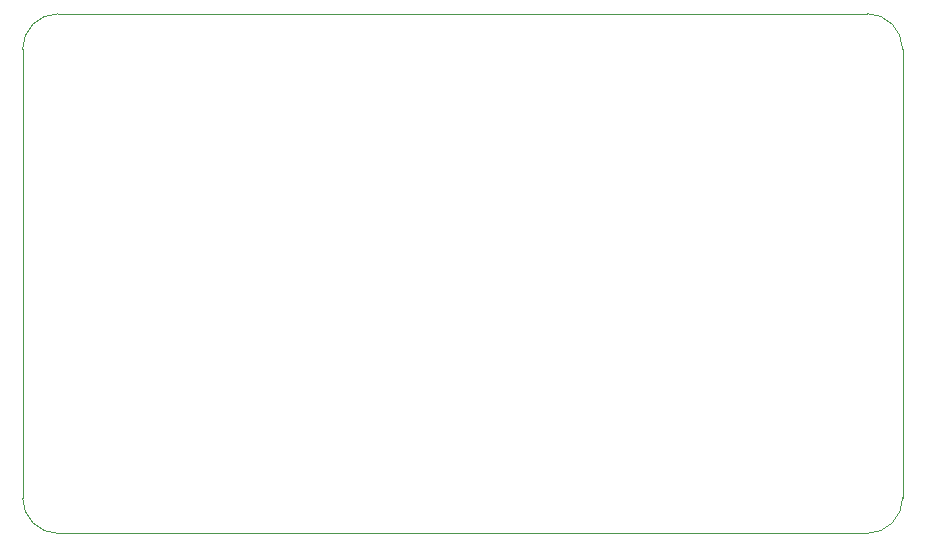
<source format=gm1>
G04 #@! TF.GenerationSoftware,KiCad,Pcbnew,7.0.7*
G04 #@! TF.CreationDate,2024-05-07T13:52:07+01:00*
G04 #@! TF.ProjectId,QA403 Impedance Fixture,51413430-3320-4496-9d70-6564616e6365,rev?*
G04 #@! TF.SameCoordinates,Original*
G04 #@! TF.FileFunction,Profile,NP*
%FSLAX46Y46*%
G04 Gerber Fmt 4.6, Leading zero omitted, Abs format (unit mm)*
G04 Created by KiCad (PCBNEW 7.0.7) date 2024-05-07 13:52:07*
%MOMM*%
%LPD*%
G01*
G04 APERTURE LIST*
G04 #@! TA.AperFunction,Profile*
%ADD10C,0.100000*%
G04 #@! TD*
G04 APERTURE END LIST*
D10*
X78500000Y-25000000D02*
G75*
G03*
X75500000Y-28000000I0J-3000000D01*
G01*
X150000000Y-28000000D02*
G75*
G03*
X147000000Y-25000000I-3000000J0D01*
G01*
X75500000Y-66000000D02*
X75500000Y-28000000D01*
X78500000Y-25000000D02*
X147000000Y-25000000D01*
X150000000Y-28000000D02*
X150000000Y-66000000D01*
X147000000Y-69000000D02*
X78500000Y-69000000D01*
X75500000Y-66000000D02*
G75*
G03*
X78500000Y-69000000I3000000J0D01*
G01*
X147000000Y-69000000D02*
G75*
G03*
X150000000Y-66000000I0J3000000D01*
G01*
M02*

</source>
